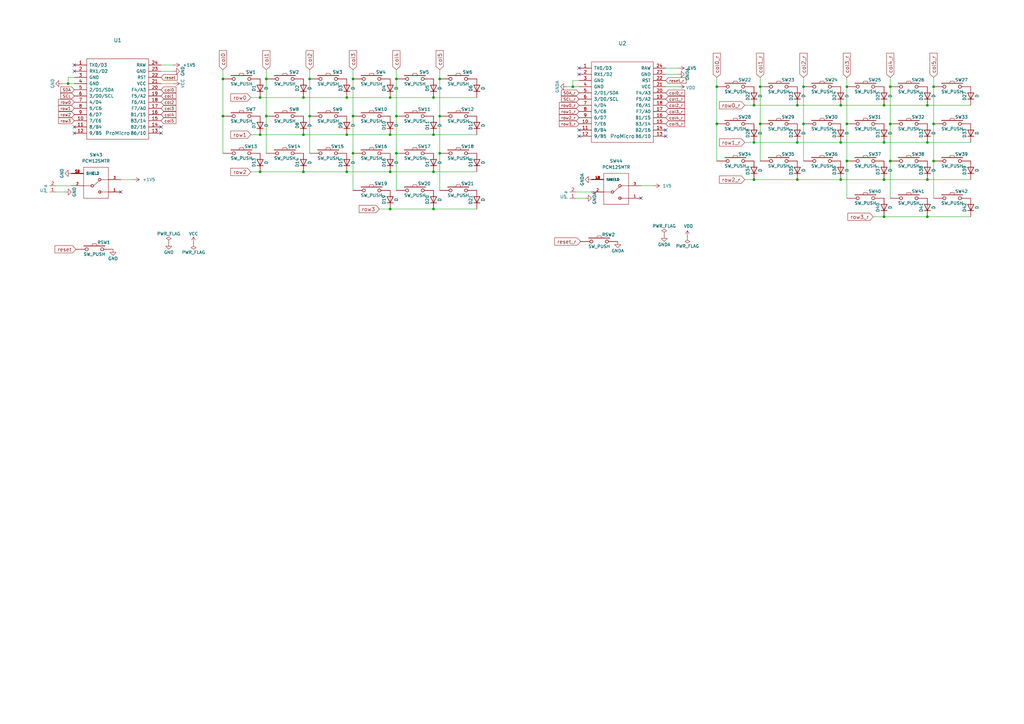
<source format=kicad_sch>
(kicad_sch (version 20250114) (generator "eeschema") (generator_version "9.0")
  (paper "A3")
  (title_block (title "Corne Cherry") (date "2020-09-28") (rev "3.0.1") (company "foostan"))
  (lib_symbols
    (symbol "1_sh1122:BAT"
      (property "Reference" "U" (at 0 0 0))
      (symbol "BAT_1_1"
        (pin input line (at 0 -1.27 0) (length 2.54) (name "-") (number "1"))
        (pin input line (at 0 -3.81 0) (length 2.54) (name "+") (number "2"))
      )
    )
    (symbol "Device:D" (pin_numbers (hide yes)) (pin_names (offset 1.016) (hide yes))
      (property "Reference" "D" (at 0 2.54 0))
      (property "Value" "D" (at 0 -2.54 0))
      (symbol "D_0_1"
        (polyline (pts (xy -1.27 1.27) (xy -1.27 -1.27)) (stroke (width 0.254)))
        (polyline (pts (xy 1.27 1.27) (xy 1.27 -1.27) (xy -1.27 0) (xy 1.27 1.27)) (stroke (width 0.254)))
        (polyline (pts (xy 1.27 0) (xy -1.27 0)))
      )
      (symbol "D_1_1"
        (pin passive line (at -3.81 0 0) (length 2.54) (name "K") (number "1"))
        (pin passive line (at 3.81 0 180) (length 2.54) (name "A") (number "2"))
      )
    )
    (symbol "PCM12SMTR:PCM12SMTR" (pin_names (offset 1.016))
      (property "Reference" "SW" (at -5.0844 5.3386 0))
      (property "Value" "PCM12SMTR" (at -5.1814 -9.6619 0))
      (symbol "PCM12SMTR_0_0"
        (polyline (pts (xy -5.08 5.08) (xy -5.08 2.54)) (stroke (width 0.1524)))
        (polyline (pts (xy -5.08 2.54) (xy -5.08 -2.54)) (stroke (width 0.1524)))
        (polyline (pts (xy -5.08 2.54) (xy -1.524 2.54)) (stroke (width 0.1524)))
        (polyline (pts (xy -5.08 -2.54) (xy -5.08 -7.62)) (stroke (width 0.1524)))
        (polyline (pts (xy -5.08 -2.54) (xy -2.032 -2.54)) (stroke (width 0.1524)))
        (polyline (pts (xy -5.08 -7.62) (xy 5.08 -7.62)) (stroke (width 0.1524)))
        (circle (center -1.524 2.54) (radius 0.508) (stroke (width 0.254)))
        (circle (center -1.524 -2.54) (radius 0.508) (stroke (width 0.254)))
        (polyline (pts (xy 1.016 0) (xy -1.27 -2.032)) (stroke (width 0.1524)))
        (circle (center 1.524 0) (radius 0.508) (stroke (width 0.254)))
        (polyline (pts (xy 2.032 0) (xy 5.08 0)) (stroke (width 0.1524)))
        (polyline (pts (xy 5.08 5.08) (xy -5.08 5.08)) (stroke (width 0.1524)))
        (polyline (pts (xy 5.08 0) (xy 5.08 5.08)) (stroke (width 0.1524)))
        (polyline (pts (xy 5.08 -7.62) (xy 5.08 0)) (stroke (width 0.1524)))
        (pin passive line (at -10.16 2.54 0) (length 5.08) (name "~") (number "1"))
        (pin passive line (at -10.16 -2.54 0) (length 5.08) (name "~") (number "3"))
        (pin passive line (at 10.16 0 180) (length 5.08) (name "~") (number "2"))
        (pin passive line (at 10.16 -5.08 180) (length 5.08) (name "SHIELD") (number "S1"))
        (pin passive line (at 10.16 -5.08 180) (length 5.08) (name "SHIELD") (number "S2"))
        (pin passive line (at 10.16 -5.08 180) (length 5.08) (name "SHIELD") (number "S3"))
        (pin passive line (at 10.16 -5.08 180) (length 5.08) (name "SHIELD") (number "S4"))
      )
    )
    (symbol "kbd:ProMicro" (pin_names (offset 1.016))
      (property "Reference" "U" (at 0 19.05 0))
      (property "Value" "ProMicro" (at 0 -19.05 0))
      (symbol "ProMicro_0_1"
        (rectangle (start -12.7 16.51) (end 12.7 -16.51))
      )
      (symbol "ProMicro_1_1"
        (pin bidirectional line (at -17.78 13.97 0) (length 5.08) (name "TX0/D3") (number "1"))
        (pin bidirectional line (at -17.78 11.43 0) (length 5.08) (name "RX1/D2") (number "2"))
        (pin power_in line (at -17.78 8.89 0) (length 5.08) (name "GND") (number "3"))
        (pin power_in line (at -17.78 6.35 0) (length 5.08) (name "GND") (number "4"))
        (pin bidirectional line (at -17.78 3.81 0) (length 5.08) (name "2/D1/SDA") (number "5"))
        (pin bidirectional line (at -17.78 1.27 0) (length 5.08) (name "3/D0/SCL") (number "6"))
        (pin bidirectional line (at -17.78 -1.27 0) (length 5.08) (name "4/D4") (number "7"))
        (pin bidirectional line (at -17.78 -3.81 0) (length 5.08) (name "5/C6") (number "8"))
        (pin bidirectional line (at -17.78 -6.35 0) (length 5.08) (name "6/D7") (number "9"))
        (pin bidirectional line (at -17.78 -8.89 0) (length 5.08) (name "7/E6") (number "10"))
        (pin bidirectional line (at -17.78 -11.43 0) (length 5.08) (name "8/B4") (number "11"))
        (pin bidirectional line (at -17.78 -13.97 0) (length 5.08) (name "9/B5") (number "12"))
        (pin power_out line (at 17.78 13.97 180) (length 5.08) (name "RAW") (number "24"))
        (pin power_in line (at 17.78 11.43 180) (length 5.08) (name "GND") (number "23"))
        (pin input line (at 17.78 8.89 180) (length 5.08) (name "RST") (number "22"))
        (pin power_in line (at 17.78 6.35 180) (length 5.08) (name "VCC") (number "21"))
        (pin bidirectional line (at 17.78 3.81 180) (length 5.08) (name "F4/A3") (number "20"))
        (pin bidirectional line (at 17.78 1.27 180) (length 5.08) (name "F5/A2") (number "19"))
        (pin bidirectional line (at 17.78 -1.27 180) (length 5.08) (name "F6/A1") (number "18"))
        (pin bidirectional line (at 17.78 -3.81 180) (length 5.08) (name "F7/A0") (number "17"))
        (pin bidirectional line (at 17.78 -6.35 180) (length 5.08) (name "B1/15") (number "16"))
        (pin bidirectional line (at 17.78 -8.89 180) (length 5.08) (name "B3/14") (number "15"))
        (pin bidirectional line (at 17.78 -11.43 180) (length 5.08) (name "B2/16") (number "14"))
        (pin bidirectional line (at 17.78 -13.97 180) (length 5.08) (name "B6/10") (number "13"))
      )
    )
    (symbol "kbd:SW_PUSH" (pin_numbers (hide yes)) (pin_names (offset 1.016) (hide yes))
      (property "Reference" "SW" (at 3.81 2.794 0))
      (property "Value" "SW_PUSH" (at 0 -2.032 0))
      (symbol "SW_PUSH_0_1"
        (rectangle (start -4.318 1.27) (end 4.318 1.524))
        (polyline (pts (xy -1.016 1.524) (xy -0.762 2.286) (xy 0.762 2.286) (xy 1.016 1.524)))
        (pin passive inverted (at -7.62 0 0) (length 5.08) (name "1") (number "1"))
        (pin passive inverted (at 7.62 0 180) (length 5.08) (name "2") (number "2"))
      )
    )
    (symbol "power:+1V5" (power) (pin_numbers (hide yes)) (pin_names (offset 0) (hide yes))
      (property "Value" "+1V5" (at 0 3.556 0))
      (symbol "+1V5_0_1"
        (polyline (pts (xy -0.762 1.27) (xy 0 2.54)))
        (polyline (pts (xy 0 2.54) (xy 0.762 1.27)))
        (polyline (pts (xy 0 0) (xy 0 2.54)))
      )
      (symbol "+1V5_1_1"
        (pin power_in line (at 0 0 90) (length 0) (name "~") (number "1"))
      )
    )
    (symbol "power:GND" (power) (pin_names (offset 0))
      (property "Value" "GND" (at 0 -3.81 0))
      (symbol "GND_0_1"
        (polyline (pts (xy 0 0) (xy 0 -1.27) (xy 1.27 -1.27) (xy 0 -2.54) (xy -1.27 -1.27) (xy 0 -1.27)))
      )
      (symbol "GND_1_1"
        (pin power_in line (at 0 0 270) (length 0) (hide yes) (name "GND") (number "1"))
      )
    )
    (symbol "power:GNDA" (power) (pin_names (offset 0))
      (property "Value" "GNDA" (at 0 -3.81 0))
      (symbol "GNDA_0_1"
        (polyline (pts (xy 0 0) (xy 0 -1.27) (xy 1.27 -1.27) (xy 0 -2.54) (xy -1.27 -1.27) (xy 0 -1.27)))
      )
      (symbol "GNDA_1_1"
        (pin power_in line (at 0 0 270) (length 0) (hide yes) (name "GNDA") (number "1"))
      )
    )
    (symbol "power:PWR_FLAG" (power) (pin_numbers (hide yes)) (pin_names (offset 0) (hide yes))
      (property "Value" "PWR_FLAG" (at 0 3.81 0))
      (symbol "PWR_FLAG_0_0"
        (pin power_out line (at 0 0 90) (length 0) (name "pwr") (number "1"))
      )
      (symbol "PWR_FLAG_0_1"
        (polyline (pts (xy 0 0) (xy 0 1.27) (xy -1.016 1.905) (xy 0 2.54) (xy 1.016 1.905) (xy 0 1.27)))
      )
    )
    (symbol "power:VCC" (power) (pin_names (offset 0))
      (property "Value" "VCC" (at 0 3.81 0))
      (symbol "VCC_0_1"
        (polyline (pts (xy -0.762 1.27) (xy 0 2.54)))
        (polyline (pts (xy 0 2.54) (xy 0.762 1.27)))
        (polyline (pts (xy 0 0) (xy 0 2.54)))
      )
      (symbol "VCC_1_1"
        (pin power_in line (at 0 0 90) (length 0) (hide yes) (name "VCC") (number "1"))
      )
    )
    (symbol "power:VDD" (power) (pin_names (offset 0))
      (property "Value" "VDD" (at 0 3.81 0))
      (symbol "VDD_0_1"
        (polyline (pts (xy -0.762 1.27) (xy 0 2.54)))
        (polyline (pts (xy 0 2.54) (xy 0.762 1.27)))
        (polyline (pts (xy 0 0) (xy 0 2.54)))
      )
      (symbol "VDD_1_1"
        (pin power_in line (at 0 0 90) (length 0) (hide yes) (name "VDD") (number "1"))
      )
    )
  )
  (junction (at 142.24 40.005))
  (junction (at 127 47.625))
  (junction (at 362.585 58.42))
  (junction (at 160.02 70.485))
  (junction (at 344.805 73.66))
  (junction (at 309.245 73.66))
  (junction (at 162.56 62.865))
  (junction (at 309.245 43.18))
  (junction (at 380.365 58.42))
  (junction (at 177.8 55.245))
  (junction (at 177.8 40.005))
  (junction (at 27.94 34.29))
  (junction (at 329.565 50.8))
  (junction (at 382.905 66.04))
  (junction (at 294.005 35.56))
  (junction (at 311.785 50.8))
  (junction (at 142.24 70.485))
  (junction (at 177.8 70.485))
  (junction (at 380.365 43.18))
  (junction (at 109.22 47.625))
  (junction (at 347.345 35.56))
  (junction (at 327.025 73.66))
  (junction (at 160.02 40.005))
  (junction (at 294.005 50.8))
  (junction (at 234.95 35.56))
  (junction (at 180.34 32.385))
  (junction (at 106.68 70.485))
  (junction (at 362.585 73.66))
  (junction (at 347.345 66.04))
  (junction (at 311.785 35.56))
  (junction (at 160.02 85.725))
  (junction (at 362.585 88.9))
  (junction (at 160.02 55.245))
  (junction (at 365.125 66.04))
  (junction (at 144.78 47.625))
  (junction (at 144.78 32.385))
  (junction (at 106.68 55.245))
  (junction (at 380.365 88.9))
  (junction (at 106.68 40.005))
  (junction (at 327.025 43.18))
  (junction (at 144.78 62.865))
  (junction (at 162.56 32.385))
  (junction (at 327.025 58.42))
  (junction (at 365.125 50.8))
  (junction (at 180.34 47.625))
  (junction (at 109.22 32.385))
  (junction (at 127 32.385))
  (junction (at 91.44 47.625))
  (junction (at 177.8 85.725))
  (junction (at 124.46 55.245))
  (junction (at 344.805 58.42))
  (junction (at 344.805 43.18))
  (junction (at 382.905 35.56))
  (junction (at 380.365 73.66))
  (junction (at 365.125 35.56))
  (junction (at 91.44 32.385))
  (junction (at 309.245 58.42))
  (junction (at 142.24 55.245))
  (junction (at 347.345 50.8))
  (junction (at 329.565 35.56))
  (junction (at 162.56 47.625))
  (junction (at 124.46 70.485))
  (junction (at 180.34 62.865))
  (junction (at 124.46 40.005))
  (junction (at 362.585 43.18))
  (junction (at 382.905 50.8))
  (no_connect (at 66.04 54.61))
  (no_connect (at 66.04 52.07))
  (no_connect (at 237.49 55.88))
  (no_connect (at 30.48 29.21))
  (no_connect (at 30.48 26.67))
  (no_connect (at 237.49 53.34))
  (no_connect (at 273.05 53.34))
  (no_connect (at 262.89 81.28))
  (no_connect (at 237.49 27.94))
  (no_connect (at 49.53 78.74))
  (no_connect (at 30.48 54.61))
  (no_connect (at 237.49 30.48))
  (no_connect (at 30.48 52.07))
  (no_connect (at 273.05 55.88))
  (wire (pts (xy 311.785 50.8) (xy 311.785 66.04)))
  (wire (pts (xy 91.44 28.575) (xy 91.44 32.385)))
  (wire (pts (xy 294.005 31.75) (xy 294.005 35.56)))
  (wire (pts (xy 106.68 40.005) (xy 124.46 40.005)))
  (wire (pts (xy 177.8 55.245) (xy 195.58 55.245)))
  (wire (pts (xy 91.44 32.385) (xy 91.44 47.625)))
  (wire (pts (xy 309.245 73.66) (xy 327.025 73.66)))
  (wire (pts (xy 162.56 62.865) (xy 162.56 78.105)))
  (wire (pts (xy 162.56 32.385) (xy 162.56 47.625)))
  (wire (pts (xy 309.245 58.42) (xy 327.025 58.42)))
  (wire (pts (xy 380.365 58.42) (xy 398.145 58.42)))
  (wire (pts (xy 177.8 85.725) (xy 195.58 85.725)))
  (wire (pts (xy 124.46 70.485) (xy 142.24 70.485)))
  (wire (pts (xy 106.68 70.485) (xy 124.46 70.485)))
  (wire (pts (xy 380.365 88.9) (xy 398.145 88.9)))
  (wire (pts (xy 382.905 66.04) (xy 382.905 81.28)))
  (wire (pts (xy 144.78 62.865) (xy 144.78 78.105)))
  (wire (pts (xy 30.48 31.75) (xy 27.94 31.75)))
  (wire (pts (xy 22.86 78.74) (xy 26.67 78.74)))
  (wire (pts (xy 329.565 31.75) (xy 329.565 35.56)))
  (wire (pts (xy 380.365 43.18) (xy 398.145 43.18)))
  (wire (pts (xy 127 32.385) (xy 127 47.625)))
  (wire (pts (xy 102.87 40.005) (xy 106.68 40.005)))
  (wire (pts (xy 177.8 70.485) (xy 195.58 70.485)))
  (wire (pts (xy 25.4 34.29) (xy 27.94 34.29)))
  (wire (pts (xy 124.46 55.245) (xy 142.24 55.245)))
  (wire (pts (xy 180.34 47.625) (xy 180.34 62.865)))
  (wire (pts (xy 237.49 33.02) (xy 234.95 33.02)))
  (wire (pts (xy 66.04 29.21) (xy 71.12 29.21)))
  (wire (pts (xy 27.94 31.75) (xy 27.94 34.29)))
  (wire (pts (xy 305.435 58.42) (xy 309.245 58.42)))
  (wire (pts (xy 344.805 43.18) (xy 362.585 43.18)))
  (wire (pts (xy 91.44 47.625) (xy 91.44 62.865)))
  (wire (pts (xy 362.585 73.66) (xy 380.365 73.66)))
  (wire (pts (xy 305.435 43.18) (xy 309.245 43.18)))
  (wire (pts (xy 144.78 28.575) (xy 144.78 32.385)))
  (wire (pts (xy 365.125 35.56) (xy 365.125 50.8)))
  (wire (pts (xy 155.575 85.725) (xy 160.02 85.725)))
  (wire (pts (xy 109.22 47.625) (xy 109.22 62.865)))
  (wire (pts (xy 124.46 40.005) (xy 142.24 40.005)))
  (wire (pts (xy 160.02 40.005) (xy 177.8 40.005)))
  (wire (pts (xy 273.05 30.48) (xy 278.13 30.48)))
  (wire (pts (xy 347.345 31.75) (xy 347.345 35.56)))
  (wire (pts (xy 294.005 35.56) (xy 294.005 50.8)))
  (wire (pts (xy 329.565 50.8) (xy 329.565 66.04)))
  (wire (pts (xy 309.245 43.18) (xy 327.025 43.18)))
  (wire (pts (xy 311.785 31.75) (xy 311.785 35.56)))
  (wire (pts (xy 347.345 66.04) (xy 347.345 81.28)))
  (wire (pts (xy 273.05 27.94) (xy 278.13 27.94)))
  (wire (pts (xy 160.02 85.725) (xy 177.8 85.725)))
  (wire (pts (xy 327.025 73.66) (xy 344.805 73.66)))
  (wire (pts (xy 177.8 40.005) (xy 195.58 40.005)))
  (wire (pts (xy 144.78 32.385) (xy 144.78 47.625)))
  (wire (pts (xy 362.585 58.42) (xy 380.365 58.42)))
  (wire (pts (xy 106.68 55.245) (xy 124.46 55.245)))
  (wire (pts (xy 236.22 78.74) (xy 242.57 78.74)))
  (wire (pts (xy 311.785 35.56) (xy 311.785 50.8)))
  (wire (pts (xy 365.125 66.04) (xy 365.125 81.28)))
  (wire (pts (xy 109.22 32.385) (xy 109.22 47.625)))
  (wire (pts (xy 362.585 43.18) (xy 380.365 43.18)))
  (wire (pts (xy 109.22 28.575) (xy 109.22 32.385)))
  (wire (pts (xy 382.905 31.75) (xy 382.905 35.56)))
  (wire (pts (xy 236.22 81.28) (xy 240.03 81.28)))
  (wire (pts (xy 362.585 88.9) (xy 380.365 88.9)))
  (wire (pts (xy 344.805 58.42) (xy 362.585 58.42)))
  (wire (pts (xy 234.95 35.56) (xy 237.49 35.56)))
  (wire (pts (xy 127 47.625) (xy 127 62.865)))
  (wire (pts (xy 66.04 26.67) (xy 71.12 26.67)))
  (wire (pts (xy 142.24 40.005) (xy 160.02 40.005)))
  (wire (pts (xy 347.345 50.8) (xy 347.345 66.04)))
  (wire (pts (xy 382.905 50.8) (xy 382.905 66.04)))
  (wire (pts (xy 273.05 35.56) (xy 278.13 35.56)))
  (wire (pts (xy 347.345 35.56) (xy 347.345 50.8)))
  (wire (pts (xy 66.04 34.29) (xy 71.12 34.29)))
  (wire (pts (xy 144.78 47.625) (xy 144.78 62.865)))
  (wire (pts (xy 327.025 58.42) (xy 344.805 58.42)))
  (wire (pts (xy 344.805 73.66) (xy 362.585 73.66)))
  (wire (pts (xy 162.56 28.575) (xy 162.56 32.385)))
  (wire (pts (xy 102.87 70.485) (xy 106.68 70.485)))
  (wire (pts (xy 382.905 35.56) (xy 382.905 50.8)))
  (wire (pts (xy 305.435 73.66) (xy 309.245 73.66)))
  (wire (pts (xy 160.02 70.485) (xy 177.8 70.485)))
  (wire (pts (xy 365.125 50.8) (xy 365.125 66.04)))
  (wire (pts (xy 142.24 70.485) (xy 160.02 70.485)))
  (wire (pts (xy 380.365 73.66) (xy 398.145 73.66)))
  (wire (pts (xy 102.87 55.245) (xy 106.68 55.245)))
  (wire (pts (xy 365.125 31.75) (xy 365.125 35.56)))
  (wire (pts (xy 232.41 35.56) (xy 234.95 35.56)))
  (wire (pts (xy 127 28.575) (xy 127 32.385)))
  (wire (pts (xy 358.14 88.9) (xy 362.585 88.9)))
  (wire (pts (xy 180.34 32.385) (xy 180.34 47.625)))
  (wire (pts (xy 162.56 47.625) (xy 162.56 62.865)))
  (wire (pts (xy 49.53 73.66) (xy 54.61 73.66)))
  (wire (pts (xy 329.565 35.56) (xy 329.565 50.8)))
  (wire (pts (xy 262.89 76.2) (xy 267.97 76.2)))
  (wire (pts (xy 27.94 34.29) (xy 30.48 34.29)))
  (wire (pts (xy 142.24 55.245) (xy 160.02 55.245)))
  (wire (pts (xy 294.005 50.8) (xy 294.005 66.04)))
  (wire (pts (xy 160.02 55.245) (xy 177.8 55.245)))
  (wire (pts (xy 180.34 62.865) (xy 180.34 78.105)))
  (wire (pts (xy 22.86 76.2) (xy 29.21 76.2)))
  (wire (pts (xy 327.025 43.18) (xy 344.805 43.18)))
  (wire (pts (xy 234.95 33.02) (xy 234.95 35.56)))
  (wire (pts (xy 180.34 28.575) (xy 180.34 32.385)))
  (global_label "col4" (shape input) (at 66.04 46.99 0) (effects (font (size 1.1938 1.1938))) (property "Intersheetrefs" "${INTERSHEET_REFS}" (effects (hide yes))))
  (global_label "row3_r" (shape input) (at 358.14 88.9 180) (effects (font (size 1.524 1.524))) (property "Intersheetrefs" "${INTERSHEET_REFS}" (effects (hide yes))))
  (global_label "col5_r" (shape input) (at 273.05 50.8 0) (effects (font (size 1.1938 1.1938))) (property "Intersheetrefs" "${INTERSHEET_REFS}" (effects (hide yes))))
  (global_label "col0" (shape input) (at 91.44 28.575 90) (effects (font (size 1.524 1.524))) (property "Intersheetrefs" "${INTERSHEET_REFS}" (effects (hide yes))))
  (global_label "reset" (shape input) (at 31.115 102.235 180) (effects (font (size 1.524 1.524))) (property "Intersheetrefs" "${INTERSHEET_REFS}" (effects (hide yes))))
  (global_label "col1" (shape input) (at 109.22 28.575 90) (effects (font (size 1.524 1.524))) (property "Intersheetrefs" "${INTERSHEET_REFS}" (effects (hide yes))))
  (global_label "row0" (shape input) (at 102.87 40.005 180) (effects (font (size 1.524 1.524))) (property "Intersheetrefs" "${INTERSHEET_REFS}" (effects (hide yes))))
  (global_label "col2_r" (shape input) (at 273.05 43.18 0) (effects (font (size 1.1938 1.1938))) (property "Intersheetrefs" "${INTERSHEET_REFS}" (effects (hide yes))))
  (global_label "row1_r" (shape input) (at 305.435 58.42 180) (effects (font (size 1.524 1.524))) (property "Intersheetrefs" "${INTERSHEET_REFS}" (effects (hide yes))))
  (global_label "col5" (shape input) (at 66.04 49.53 0) (effects (font (size 1.1938 1.1938))) (property "Intersheetrefs" "${INTERSHEET_REFS}" (effects (hide yes))))
  (global_label "col3" (shape input) (at 66.04 44.45 0) (effects (font (size 1.1938 1.1938))) (property "Intersheetrefs" "${INTERSHEET_REFS}" (effects (hide yes))))
  (global_label "row2" (shape input) (at 102.87 70.485 180) (effects (font (size 1.524 1.524))) (property "Intersheetrefs" "${INTERSHEET_REFS}" (effects (hide yes))))
  (global_label "col1" (shape input) (at 66.04 39.37 0) (effects (font (size 1.1938 1.1938))) (property "Intersheetrefs" "${INTERSHEET_REFS}" (effects (hide yes))))
  (global_label "row1" (shape input) (at 102.87 55.245 180) (effects (font (size 1.524 1.524))) (property "Intersheetrefs" "${INTERSHEET_REFS}" (effects (hide yes))))
  (global_label "col3_r" (shape input) (at 273.05 45.72 0) (effects (font (size 1.1938 1.1938))) (property "Intersheetrefs" "${INTERSHEET_REFS}" (effects (hide yes))))
  (global_label "reset" (shape input) (at 66.04 31.75 0) (effects (font (size 1.1938 1.1938))) (property "Intersheetrefs" "${INTERSHEET_REFS}" (effects (hide yes))))
  (global_label "col2" (shape input) (at 127 28.575 90) (effects (font (size 1.524 1.524))) (property "Intersheetrefs" "${INTERSHEET_REFS}" (effects (hide yes))))
  (global_label "SCL_r" (shape input) (at 237.49 40.64 180) (effects (font (size 1.1938 1.1938))) (property "Intersheetrefs" "${INTERSHEET_REFS}" (effects (hide yes))))
  (global_label "row1_r" (shape input) (at 237.49 45.72 180) (effects (font (size 1.1938 1.1938))) (property "Intersheetrefs" "${INTERSHEET_REFS}" (effects (hide yes))))
  (global_label "row1" (shape input) (at 30.48 44.45 180) (effects (font (size 1.1938 1.1938))) (property "Intersheetrefs" "${INTERSHEET_REFS}" (effects (hide yes))))
  (global_label "col0_r" (shape input) (at 294.005 31.75 90) (effects (font (size 1.524 1.524))) (property "Intersheetrefs" "${INTERSHEET_REFS}" (effects (hide yes))))
  (global_label "row0_r" (shape input) (at 305.435 43.18 180) (effects (font (size 1.524 1.524))) (property "Intersheetrefs" "${INTERSHEET_REFS}" (effects (hide yes))))
  (global_label "row2" (shape input) (at 30.48 46.99 180) (effects (font (size 1.1938 1.1938))) (property "Intersheetrefs" "${INTERSHEET_REFS}" (effects (hide yes))))
  (global_label "row0" (shape input) (at 30.48 41.91 180) (effects (font (size 1.1938 1.1938))) (property "Intersheetrefs" "${INTERSHEET_REFS}" (effects (hide yes))))
  (global_label "col4_r" (shape input) (at 273.05 48.26 0) (effects (font (size 1.1938 1.1938))) (property "Intersheetrefs" "${INTERSHEET_REFS}" (effects (hide yes))))
  (global_label "col0_r" (shape input) (at 273.05 38.1 0) (effects (font (size 1.1938 1.1938))) (property "Intersheetrefs" "${INTERSHEET_REFS}" (effects (hide yes))))
  (global_label "col5_r" (shape input) (at 382.905 31.75 90) (effects (font (size 1.524 1.524))) (property "Intersheetrefs" "${INTERSHEET_REFS}" (effects (hide yes))))
  (global_label "col5" (shape input) (at 180.34 28.575 90) (effects (font (size 1.524 1.524))) (property "Intersheetrefs" "${INTERSHEET_REFS}" (effects (hide yes))))
  (global_label "SCL" (shape input) (at 30.48 39.37 180) (effects (font (size 1.1938 1.1938))) (property "Intersheetrefs" "${INTERSHEET_REFS}" (effects (hide yes))))
  (global_label "reset_r" (shape input) (at 238.125 99.06 180) (effects (font (size 1.524 1.524))) (property "Intersheetrefs" "${INTERSHEET_REFS}" (effects (hide yes))))
  (global_label "col1_r" (shape input) (at 273.05 40.64 0) (effects (font (size 1.1938 1.1938))) (property "Intersheetrefs" "${INTERSHEET_REFS}" (effects (hide yes))))
  (global_label "row3_r" (shape input) (at 237.49 50.8 180) (effects (font (size 1.1938 1.1938))) (property "Intersheetrefs" "${INTERSHEET_REFS}" (effects (hide yes))))
  (global_label "row3" (shape input) (at 155.575 85.725 180) (effects (font (size 1.524 1.524))) (property "Intersheetrefs" "${INTERSHEET_REFS}" (effects (hide yes))))
  (global_label "row0_r" (shape input) (at 237.49 43.18 180) (effects (font (size 1.1938 1.1938))) (property "Intersheetrefs" "${INTERSHEET_REFS}" (effects (hide yes))))
  (global_label "col4" (shape input) (at 162.56 28.575 90) (effects (font (size 1.524 1.524))) (property "Intersheetrefs" "${INTERSHEET_REFS}" (effects (hide yes))))
  (global_label "col4_r" (shape input) (at 365.125 31.75 90) (effects (font (size 1.524 1.524))) (property "Intersheetrefs" "${INTERSHEET_REFS}" (effects (hide yes))))
  (global_label "col1_r" (shape input) (at 311.785 31.75 90) (effects (font (size 1.524 1.524))) (property "Intersheetrefs" "${INTERSHEET_REFS}" (effects (hide yes))))
  (global_label "row2_r" (shape input) (at 305.435 73.66 180) (effects (font (size 1.524 1.524))) (property "Intersheetrefs" "${INTERSHEET_REFS}" (effects (hide yes))))
  (global_label "SDA_r" (shape input) (at 237.49 38.1 180) (effects (font (size 1.1938 1.1938))) (property "Intersheetrefs" "${INTERSHEET_REFS}" (effects (hide yes))))
  (global_label "col2" (shape input) (at 66.04 41.91 0) (effects (font (size 1.1938 1.1938))) (property "Intersheetrefs" "${INTERSHEET_REFS}" (effects (hide yes))))
  (global_label "SDA" (shape input) (at 30.48 36.83 180) (effects (font (size 1.1938 1.1938))) (property "Intersheetrefs" "${INTERSHEET_REFS}" (effects (hide yes))))
  (global_label "row2_r" (shape input) (at 237.49 48.26 180) (effects (font (size 1.1938 1.1938))) (property "Intersheetrefs" "${INTERSHEET_REFS}" (effects (hide yes))))
  (global_label "col2_r" (shape input) (at 329.565 31.75 90) (effects (font (size 1.524 1.524))) (property "Intersheetrefs" "${INTERSHEET_REFS}" (effects (hide yes))))
  (global_label "col0" (shape input) (at 66.04 36.83 0) (effects (font (size 1.1938 1.1938))) (property "Intersheetrefs" "${INTERSHEET_REFS}" (effects (hide yes))))
  (global_label "col3_r" (shape input) (at 347.345 31.75 90) (effects (font (size 1.524 1.524))) (property "Intersheetrefs" "${INTERSHEET_REFS}" (effects (hide yes))))
  (global_label "reset_r" (shape input) (at 273.05 33.02 0) (effects (font (size 1.1938 1.1938))) (property "Intersheetrefs" "${INTERSHEET_REFS}" (effects (hide yes))))
  (global_label "col3" (shape input) (at 144.78 28.575 90) (effects (font (size 1.524 1.524))) (property "Intersheetrefs" "${INTERSHEET_REFS}" (effects (hide yes))))
  (global_label "row3" (shape input) (at 30.48 49.53 180) (effects (font (size 1.1938 1.1938))) (property "Intersheetrefs" "${INTERSHEET_REFS}" (effects (hide yes))))
  (symbol (lib_id "kbd:ProMicro") (at 48.26 40.64 0) (unit 1)
    (property "Reference" "U1" (at 48.26 16.51 0) (effects (font (size 1.524 1.524))))
    (property "Value" "ProMicro" (at 48.26 54.61 0) (effects (font (size 1.524 1.524))))
    (property "Footprint" "kbd:ProMicro_v3" (effects (hide yes)))
  )
  (symbol (lib_id "kbd:SW_PUSH") (at 116.84 32.385 0) (unit 1)
    (property "Reference" "SW2" (at 120.65 29.591 0))
    (property "Value" "SW_PUSH" (at 116.84 34.417 0))
    (property "Footprint" "ULK_sw:Cherry_ULP_SMD" (effects (hide yes)))
  )
  (symbol (lib_id "Device:D") (at 124.46 36.195 90) (unit 1)
    (property "Reference" "D2" (at 121.92 36.195 0))
    (property "Value" "D" (at 127 36.195 0))
    (property "Footprint" "kbd:D3_SMD_v2" (effects (hide yes)))
  )
  (symbol (lib_id "kbd:SW_PUSH") (at 134.62 32.385 0) (unit 1)
    (property "Reference" "SW3" (at 138.43 29.591 0))
    (property "Value" "SW_PUSH" (at 134.62 34.417 0))
    (property "Footprint" "ULK_sw:Cherry_ULP_SMD" (effects (hide yes)))
  )
  (symbol (lib_id "Device:D") (at 142.24 36.195 90) (unit 1)
    (property "Reference" "D3" (at 139.7 36.195 0))
    (property "Value" "D" (at 144.78 36.195 0))
    (property "Footprint" "kbd:D3_SMD_v2" (effects (hide yes)))
  )
  (symbol (lib_id "kbd:SW_PUSH") (at 152.4 32.385 0) (unit 1)
    (property "Reference" "SW4" (at 156.21 29.591 0))
    (property "Value" "SW_PUSH" (at 152.4 34.417 0))
    (property "Footprint" "ULK_sw:Cherry_ULP_SMD" (effects (hide yes)))
  )
  (symbol (lib_id "kbd:SW_PUSH") (at 170.18 32.385 0) (unit 1)
    (property "Reference" "SW5" (at 173.99 29.591 0))
    (property "Value" "SW_PUSH" (at 170.18 34.417 0))
    (property "Footprint" "ULK_sw:Cherry_ULP_SMD" (effects (hide yes)))
  )
  (symbol (lib_id "kbd:SW_PUSH") (at 187.96 32.385 0) (unit 1)
    (property "Reference" "SW6" (at 191.77 29.591 0))
    (property "Value" "SW_PUSH" (at 187.96 34.417 0))
    (property "Footprint" "ULK_sw:Cherry_ULP_SMD" (effects (hide yes)))
  )
  (symbol (lib_id "Device:D") (at 160.02 36.195 90) (unit 1)
    (property "Reference" "D4" (at 157.48 36.195 0))
    (property "Value" "D" (at 162.56 36.195 0))
    (property "Footprint" "kbd:D3_SMD_v2" (effects (hide yes)))
  )
  (symbol (lib_id "Device:D") (at 177.8 36.195 90) (unit 1)
    (property "Reference" "D5" (at 175.26 36.195 0))
    (property "Value" "D" (at 180.34 36.195 0))
    (property "Footprint" "kbd:D3_SMD_v2" (effects (hide yes)))
  )
  (symbol (lib_id "Device:D") (at 195.58 36.195 90) (unit 1)
    (property "Reference" "D6" (at 193.04 36.195 0))
    (property "Value" "D" (at 198.12 36.195 0))
    (property "Footprint" "kbd:D3_SMD_v2" (effects (hide yes)))
  )
  (symbol (lib_id "kbd:SW_PUSH") (at 99.06 32.385 0) (unit 1)
    (property "Reference" "SW1" (at 102.87 29.591 0))
    (property "Value" "SW_PUSH" (at 99.06 34.417 0))
    (property "Footprint" "ULK_sw:Cherry_ULP_SMD" (effects (hide yes)))
  )
  (symbol (lib_id "Device:D") (at 106.68 36.195 90) (unit 1)
    (property "Reference" "D1" (at 104.14 36.195 0))
    (property "Value" "D" (at 109.22 36.195 0))
    (property "Footprint" "kbd:D3_SMD_v2" (effects (hide yes)))
  )
  (symbol (lib_id "kbd:SW_PUSH") (at 116.84 47.625 0) (unit 1)
    (property "Reference" "SW8" (at 120.65 44.831 0))
    (property "Value" "SW_PUSH" (at 116.84 49.657 0))
    (property "Footprint" "ULK_sw:Cherry_ULP_SMD" (effects (hide yes)))
  )
  (symbol (lib_id "Device:D") (at 124.46 51.435 90) (unit 1)
    (property "Reference" "D8" (at 121.92 51.435 0))
    (property "Value" "D" (at 127 51.435 0))
    (property "Footprint" "kbd:D3_SMD_v2" (effects (hide yes)))
  )
  (symbol (lib_id "kbd:SW_PUSH") (at 134.62 47.625 0) (unit 1)
    (property "Reference" "SW9" (at 138.43 44.831 0))
    (property "Value" "SW_PUSH" (at 134.62 49.657 0))
    (property "Footprint" "ULK_sw:Cherry_ULP_SMD" (effects (hide yes)))
  )
  (symbol (lib_id "Device:D") (at 142.24 51.435 90) (unit 1)
    (property "Reference" "D9" (at 139.7 51.435 0))
    (property "Value" "D" (at 144.78 51.435 0))
    (property "Footprint" "kbd:D3_SMD_v2" (effects (hide yes)))
  )
  (symbol (lib_id "kbd:SW_PUSH") (at 152.4 47.625 0) (unit 1)
    (property "Reference" "SW10" (at 156.21 44.831 0))
    (property "Value" "SW_PUSH" (at 152.4 49.657 0))
    (property "Footprint" "ULK_sw:Cherry_ULP_SMD" (effects (hide yes)))
  )
  (symbol (lib_id "kbd:SW_PUSH") (at 170.18 47.625 0) (unit 1)
    (property "Reference" "SW11" (at 173.99 44.831 0))
    (property "Value" "SW_PUSH" (at 170.18 49.657 0))
    (property "Footprint" "ULK_sw:Cherry_ULP_SMD" (effects (hide yes)))
  )
  (symbol (lib_id "kbd:SW_PUSH") (at 187.96 47.625 0) (unit 1)
    (property "Reference" "SW12" (at 191.77 44.831 0))
    (property "Value" "SW_PUSH" (at 187.96 49.657 0))
    (property "Footprint" "ULK_sw:Cherry_ULP_SMD" (effects (hide yes)))
  )
  (symbol (lib_id "Device:D") (at 160.02 51.435 90) (unit 1)
    (property "Reference" "D10" (at 157.48 51.435 0))
    (property "Value" "D" (at 162.56 51.435 0))
    (property "Footprint" "kbd:D3_SMD_v2" (effects (hide yes)))
  )
  (symbol (lib_id "Device:D") (at 177.8 51.435 90) (unit 1)
    (property "Reference" "D11" (at 175.26 51.435 0))
    (property "Value" "D" (at 180.34 51.435 0))
    (property "Footprint" "kbd:D3_SMD_v2" (effects (hide yes)))
  )
  (symbol (lib_id "Device:D") (at 195.58 51.435 90) (unit 1)
    (property "Reference" "D12" (at 193.04 51.435 0))
    (property "Value" "D" (at 198.12 51.435 0))
    (property "Footprint" "kbd:D3_SMD_v2" (effects (hide yes)))
  )
  (symbol (lib_id "kbd:SW_PUSH") (at 99.06 47.625 0) (unit 1)
    (property "Reference" "SW7" (at 102.87 44.831 0))
    (property "Value" "SW_PUSH" (at 99.06 49.657 0))
    (property "Footprint" "ULK_sw:Cherry_ULP_SMD" (effects (hide yes)))
  )
  (symbol (lib_id "Device:D") (at 106.68 51.435 90) (unit 1)
    (property "Reference" "D7" (at 104.14 51.435 0))
    (property "Value" "D" (at 109.22 51.435 0))
    (property "Footprint" "kbd:D3_SMD_v2" (effects (hide yes)))
  )
  (symbol (lib_id "kbd:SW_PUSH") (at 116.84 62.865 0) (unit 1)
    (property "Reference" "SW14" (at 120.65 60.071 0))
    (property "Value" "SW_PUSH" (at 116.84 64.897 0))
    (property "Footprint" "ULK_sw:Cherry_ULP_SMD" (effects (hide yes)))
  )
  (symbol (lib_id "Device:D") (at 124.46 66.675 90) (unit 1)
    (property "Reference" "D14" (at 121.92 66.675 0))
    (property "Value" "D" (at 127 66.675 0))
    (property "Footprint" "kbd:D3_SMD_v2" (effects (hide yes)))
  )
  (symbol (lib_id "kbd:SW_PUSH") (at 134.62 62.865 0) (unit 1)
    (property "Reference" "SW15" (at 138.43 60.071 0))
    (property "Value" "SW_PUSH" (at 134.62 64.897 0))
    (property "Footprint" "ULK_sw:Cherry_ULP_SMD" (effects (hide yes)))
  )
  (symbol (lib_id "Device:D") (at 142.24 66.675 90) (unit 1)
    (property "Reference" "D15" (at 139.7 66.675 0))
    (property "Value" "D" (at 144.78 66.675 0))
    (property "Footprint" "kbd:D3_SMD_v2" (effects (hide yes)))
  )
  (symbol (lib_id "kbd:SW_PUSH") (at 152.4 62.865 0) (unit 1)
    (property "Reference" "SW16" (at 156.21 60.071 0))
    (property "Value" "SW_PUSH" (at 152.4 64.897 0))
    (property "Footprint" "ULK_sw:Cherry_ULP_SMD" (effects (hide yes)))
  )
  (symbol (lib_id "kbd:SW_PUSH") (at 170.18 62.865 0) (unit 1)
    (property "Reference" "SW17" (at 173.99 60.071 0))
    (property "Value" "SW_PUSH" (at 170.18 64.897 0))
    (property "Footprint" "ULK_sw:Cherry_ULP_SMD" (effects (hide yes)))
  )
  (symbol (lib_id "kbd:SW_PUSH") (at 187.96 62.865 0) (unit 1)
    (property "Reference" "SW18" (at 191.77 60.071 0))
    (property "Value" "SW_PUSH" (at 187.96 64.897 0))
    (property "Footprint" "ULK_sw:Cherry_ULP_SMD" (effects (hide yes)))
  )
  (symbol (lib_id "Device:D") (at 160.02 66.675 90) (unit 1)
    (property "Reference" "D16" (at 157.48 66.675 0))
    (property "Value" "D" (at 162.56 66.675 0))
    (property "Footprint" "kbd:D3_SMD_v2" (effects (hide yes)))
  )
  (symbol (lib_id "Device:D") (at 177.8 66.675 90) (unit 1)
    (property "Reference" "D17" (at 175.26 66.675 0))
    (property "Value" "D" (at 180.34 66.675 0))
    (property "Footprint" "kbd:D3_SMD_v2" (effects (hide yes)))
  )
  (symbol (lib_id "Device:D") (at 195.58 66.675 90) (unit 1)
    (property "Reference" "D18" (at 193.04 66.675 0))
    (property "Value" "D" (at 198.12 66.675 0))
    (property "Footprint" "kbd:D3_SMD_v2" (effects (hide yes)))
  )
  (symbol (lib_id "kbd:SW_PUSH") (at 99.06 62.865 0) (unit 1)
    (property "Reference" "SW13" (at 102.87 60.071 0))
    (property "Value" "SW_PUSH" (at 99.06 64.897 0))
    (property "Footprint" "ULK_sw:Cherry_ULP_SMD" (effects (hide yes)))
  )
  (symbol (lib_id "Device:D") (at 106.68 66.675 90) (unit 1)
    (property "Reference" "D13" (at 104.14 66.675 0))
    (property "Value" "D" (at 109.22 66.675 0))
    (property "Footprint" "kbd:D3_SMD_v2" (effects (hide yes)))
  )
  (symbol (lib_id "kbd:SW_PUSH") (at 170.18 78.105 0) (unit 1)
    (property "Reference" "SW20" (at 173.99 75.311 0))
    (property "Value" "SW_PUSH" (at 170.18 80.137 0))
    (property "Footprint" "ULK_sw:Cherry_ULP_SMD" (effects (hide yes)))
  )
  (symbol (lib_id "Device:D") (at 177.8 81.915 90) (unit 1)
    (property "Reference" "D20" (at 175.26 81.915 0))
    (property "Value" "D" (at 180.34 81.915 0))
    (property "Footprint" "kbd:D3_SMD_v2" (effects (hide yes)))
  )
  (symbol (lib_id "kbd:SW_PUSH") (at 187.96 78.105 0) (unit 1)
    (property "Reference" "SW21" (at 191.77 75.311 0))
    (property "Value" "SW_PUSH" (at 187.96 80.137 0))
    (property "Footprint" "ULK_sw:Cherry_ULP_SMD" (effects (hide yes)))
  )
  (symbol (lib_id "Device:D") (at 195.58 81.915 90) (unit 1)
    (property "Reference" "D21" (at 193.04 81.915 0))
    (property "Value" "D" (at 198.12 81.915 0))
    (property "Footprint" "kbd:D3_SMD_v2" (effects (hide yes)))
  )
  (symbol (lib_id "kbd:SW_PUSH") (at 152.4 78.105 0) (unit 1)
    (property "Reference" "SW19" (at 156.21 75.311 0))
    (property "Value" "SW_PUSH" (at 152.4 80.137 0))
    (property "Footprint" "ULK_sw:Cherry_ULP_SMD" (effects (hide yes)))
  )
  (symbol (lib_id "Device:D") (at 160.02 81.915 90) (unit 1)
    (property "Reference" "D19" (at 157.48 81.915 0))
    (property "Value" "D" (at 162.56 81.915 0))
    (property "Footprint" "kbd:D3_SMD_v2" (effects (hide yes)))
  )
  (symbol (lib_id "power:GND") (at 71.12 29.21 90) (unit 1)
    (property "Reference" "#PWR07" (effects (hide yes)))
    (property "Value" "GND" (at 74.93 29.21 0))
  )
  (symbol (lib_id "power:VCC") (at 71.12 34.29 270) (unit 1)
    (property "Reference" "#PWR09" (effects (hide yes)))
    (property "Value" "VCC" (at 74.93 34.29 0))
  )
  (symbol (lib_id "power:GND") (at 25.4 34.29 270) (unit 1)
    (property "Reference" "#PWR08" (effects (hide yes)))
    (property "Value" "GND" (at 21.59 34.29 0))
  )
  (symbol (lib_id "power:GND") (at 69.215 99.695 0) (unit 1)
    (property "Reference" "#PWR04" (effects (hide yes)))
    (property "Value" "GND" (at 69.215 103.505 0))
  )
  (symbol (lib_id "power:VCC") (at 79.375 99.695 0) (unit 1)
    (property "Reference" "#PWR05" (effects (hide yes)))
    (property "Value" "VCC" (at 79.375 95.885 0))
  )
  (symbol (lib_id "power:PWR_FLAG") (at 79.375 99.695 180) (unit 1)
    (property "Reference" "#FLG02" (effects (hide yes)))
    (property "Value" "PWR_FLAG" (at 79.375 103.505 0))
  )
  (symbol (lib_id "power:PWR_FLAG") (at 69.215 99.695 0) (unit 1)
    (property "Reference" "#FLG01" (effects (hide yes)))
    (property "Value" "PWR_FLAG" (at 69.215 95.885 0))
  )
  (symbol (lib_id "kbd:SW_PUSH") (at 38.735 102.235 0) (unit 1)
    (property "Reference" "RSW1" (at 42.545 99.441 0))
    (property "Value" "SW_PUSH" (at 38.735 104.267 0))
    (property "Footprint" "kbd:ResetSW_1side" (effects (hide yes)))
  )
  (symbol (lib_id "power:GND") (at 46.355 102.235 0) (unit 1)
    (property "Reference" "#PWR06" (effects (hide yes)))
    (property "Value" "GND" (at 46.355 106.045 0))
  )
  (symbol (lib_id "kbd:ProMicro") (at 255.27 41.91 0) (unit 1)
    (property "Reference" "U2" (at 255.27 17.78 0) (effects (font (size 1.524 1.524))))
    (property "Value" "ProMicro" (at 255.27 55.88 0) (effects (font (size 1.524 1.524))))
    (property "Footprint" "kbd:ProMicro_v3" (effects (hide yes)))
  )
  (symbol (lib_id "kbd:SW_PUSH") (at 319.405 35.56 0) (unit 1)
    (property "Reference" "SW23" (at 323.215 32.766 0))
    (property "Value" "SW_PUSH" (at 319.405 37.592 0))
    (property "Footprint" "ULK_sw:Cherry_ULP_SMD" (effects (hide yes)))
  )
  (symbol (lib_id "Device:D") (at 327.025 39.37 90) (unit 1)
    (property "Reference" "D23" (at 324.485 39.37 0))
    (property "Value" "D" (at 329.565 39.37 0))
    (property "Footprint" "kbd:D3_SMD_v2" (effects (hide yes)))
  )
  (symbol (lib_id "kbd:SW_PUSH") (at 337.185 35.56 0) (unit 1)
    (property "Reference" "SW24" (at 340.995 32.766 0))
    (property "Value" "SW_PUSH" (at 337.185 37.592 0))
    (property "Footprint" "ULK_sw:Cherry_ULP_SMD" (effects (hide yes)))
  )
  (symbol (lib_id "Device:D") (at 344.805 39.37 90) (unit 1)
    (property "Reference" "D24" (at 342.265 39.37 0))
    (property "Value" "D" (at 347.345 39.37 0))
    (property "Footprint" "kbd:D3_SMD_v2" (effects (hide yes)))
  )
  (symbol (lib_id "kbd:SW_PUSH") (at 354.965 35.56 0) (unit 1)
    (property "Reference" "SW25" (at 358.775 32.766 0))
    (property "Value" "SW_PUSH" (at 354.965 37.592 0))
    (property "Footprint" "ULK_sw:Cherry_ULP_SMD" (effects (hide yes)))
  )
  (symbol (lib_id "kbd:SW_PUSH") (at 372.745 35.56 0) (unit 1)
    (property "Reference" "SW26" (at 376.555 32.766 0))
    (property "Value" "SW_PUSH" (at 372.745 37.592 0))
    (property "Footprint" "ULK_sw:Cherry_ULP_SMD" (effects (hide yes)))
  )
  (symbol (lib_id "kbd:SW_PUSH") (at 390.525 35.56 0) (unit 1)
    (property "Reference" "SW27" (at 394.335 32.766 0))
    (property "Value" "SW_PUSH" (at 390.525 37.592 0))
    (property "Footprint" "ULK_sw:Cherry_ULP_SMD" (effects (hide yes)))
  )
  (symbol (lib_id "Device:D") (at 362.585 39.37 90) (unit 1)
    (property "Reference" "D25" (at 360.045 39.37 0))
    (property "Value" "D" (at 365.125 39.37 0))
    (property "Footprint" "kbd:D3_SMD_v2" (effects (hide yes)))
  )
  (symbol (lib_id "Device:D") (at 380.365 39.37 90) (unit 1)
    (property "Reference" "D26" (at 377.825 39.37 0))
    (property "Value" "D" (at 382.905 39.37 0))
    (property "Footprint" "kbd:D3_SMD_v2" (effects (hide yes)))
  )
  (symbol (lib_id "Device:D") (at 398.145 39.37 90) (unit 1)
    (property "Reference" "D27" (at 395.605 39.37 0))
    (property "Value" "D" (at 400.685 39.37 0))
    (property "Footprint" "kbd:D3_SMD_v2" (effects (hide yes)))
  )
  (symbol (lib_id "kbd:SW_PUSH") (at 301.625 35.56 0) (unit 1)
    (property "Reference" "SW22" (at 305.435 32.766 0))
    (property "Value" "SW_PUSH" (at 301.625 37.592 0))
    (property "Footprint" "ULK_sw:Cherry_ULP_SMD" (effects (hide yes)))
  )
  (symbol (lib_id "Device:D") (at 309.245 39.37 90) (unit 1)
    (property "Reference" "D22" (at 306.705 39.37 0))
    (property "Value" "D" (at 311.785 39.37 0))
    (property "Footprint" "kbd:D3_SMD_v2" (effects (hide yes)))
  )
  (symbol (lib_id "kbd:SW_PUSH") (at 319.405 50.8 0) (unit 1)
    (property "Reference" "SW29" (at 323.215 48.006 0))
    (property "Value" "SW_PUSH" (at 319.405 52.832 0))
    (property "Footprint" "ULK_sw:Cherry_ULP_SMD" (effects (hide yes)))
  )
  (symbol (lib_id "Device:D") (at 327.025 54.61 90) (unit 1)
    (property "Reference" "D29" (at 324.485 54.61 0))
    (property "Value" "D" (at 329.565 54.61 0))
    (property "Footprint" "kbd:D3_SMD_v2" (effects (hide yes)))
  )
  (symbol (lib_id "kbd:SW_PUSH") (at 337.185 50.8 0) (unit 1)
    (property "Reference" "SW30" (at 340.995 48.006 0))
    (property "Value" "SW_PUSH" (at 337.185 52.832 0))
    (property "Footprint" "ULK_sw:Cherry_ULP_SMD" (effects (hide yes)))
  )
  (symbol (lib_id "Device:D") (at 344.805 54.61 90) (unit 1)
    (property "Reference" "D30" (at 342.265 54.61 0))
    (property "Value" "D" (at 347.345 54.61 0))
    (property "Footprint" "kbd:D3_SMD_v2" (effects (hide yes)))
  )
  (symbol (lib_id "kbd:SW_PUSH") (at 354.965 50.8 0) (unit 1)
    (property "Reference" "SW31" (at 358.775 48.006 0))
    (property "Value" "SW_PUSH" (at 354.965 52.832 0))
    (property "Footprint" "ULK_sw:Cherry_ULP_SMD" (effects (hide yes)))
  )
  (symbol (lib_id "kbd:SW_PUSH") (at 372.745 50.8 0) (unit 1)
    (property "Reference" "SW32" (at 376.555 48.006 0))
    (property "Value" "SW_PUSH" (at 372.745 52.832 0))
    (property "Footprint" "ULK_sw:Cherry_ULP_SMD" (effects (hide yes)))
  )
  (symbol (lib_id "kbd:SW_PUSH") (at 390.525 50.8 0) (unit 1)
    (property "Reference" "SW33" (at 394.335 48.006 0))
    (property "Value" "SW_PUSH" (at 390.525 52.832 0))
    (property "Footprint" "ULK_sw:Cherry_ULP_SMD" (effects (hide yes)))
  )
  (symbol (lib_id "Device:D") (at 362.585 54.61 90) (unit 1)
    (property "Reference" "D31" (at 360.045 54.61 0))
    (property "Value" "D" (at 365.125 54.61 0))
    (property "Footprint" "kbd:D3_SMD_v2" (effects (hide yes)))
  )
  (symbol (lib_id "Device:D") (at 380.365 54.61 90) (unit 1)
    (property "Reference" "D32" (at 377.825 54.61 0))
    (property "Value" "D" (at 382.905 54.61 0))
    (property "Footprint" "kbd:D3_SMD_v2" (effects (hide yes)))
  )
  (symbol (lib_id "Device:D") (at 398.145 54.61 90) (unit 1)
    (property "Reference" "D33" (at 395.605 54.61 0))
    (property "Value" "D" (at 400.685 54.61 0))
    (property "Footprint" "kbd:D3_SMD_v2" (effects (hide yes)))
  )
  (symbol (lib_id "kbd:SW_PUSH") (at 301.625 50.8 0) (unit 1)
    (property "Reference" "SW28" (at 305.435 48.006 0))
    (property "Value" "SW_PUSH" (at 301.625 52.832 0))
    (property "Footprint" "ULK_sw:Cherry_ULP_SMD" (effects (hide yes)))
  )
  (symbol (lib_id "Device:D") (at 309.245 54.61 90) (unit 1)
    (property "Reference" "D28" (at 306.705 54.61 0))
    (property "Value" "D" (at 311.785 54.61 0))
    (property "Footprint" "kbd:D3_SMD_v2" (effects (hide yes)))
  )
  (symbol (lib_id "kbd:SW_PUSH") (at 319.405 66.04 0) (unit 1)
    (property "Reference" "SW35" (at 323.215 63.246 0))
    (property "Value" "SW_PUSH" (at 319.405 68.072 0))
    (property "Footprint" "ULK_sw:Cherry_ULP_SMD" (effects (hide yes)))
  )
  (symbol (lib_id "Device:D") (at 327.025 69.85 90) (unit 1)
    (property "Reference" "D35" (at 324.485 69.85 0))
    (property "Value" "D" (at 329.565 69.85 0))
    (property "Footprint" "kbd:D3_SMD_v2" (effects (hide yes)))
  )
  (symbol (lib_id "kbd:SW_PUSH") (at 337.185 66.04 0) (unit 1)
    (property "Reference" "SW36" (at 340.995 63.246 0))
    (property "Value" "SW_PUSH" (at 337.185 68.072 0))
    (property "Footprint" "ULK_sw:Cherry_ULP_SMD" (effects (hide yes)))
  )
  (symbol (lib_id "Device:D") (at 344.805 69.85 90) (unit 1)
    (property "Reference" "D36" (at 342.265 69.85 0))
    (property "Value" "D" (at 347.345 69.85 0))
    (property "Footprint" "kbd:D3_SMD_v2" (effects (hide yes)))
  )
  (symbol (lib_id "kbd:SW_PUSH") (at 354.965 66.04 0) (unit 1)
    (property "Reference" "SW37" (at 358.775 63.246 0))
    (property "Value" "SW_PUSH" (at 354.965 68.072 0))
    (property "Footprint" "ULK_sw:Cherry_ULP_SMD" (effects (hide yes)))
  )
  (symbol (lib_id "kbd:SW_PUSH") (at 372.745 66.04 0) (unit 1)
    (property "Reference" "SW38" (at 376.555 63.246 0))
    (property "Value" "SW_PUSH" (at 372.745 68.072 0))
    (property "Footprint" "ULK_sw:Cherry_ULP_SMD" (effects (hide yes)))
  )
  (symbol (lib_id "kbd:SW_PUSH") (at 390.525 66.04 0) (unit 1)
    (property "Reference" "SW39" (at 394.335 63.246 0))
    (property "Value" "SW_PUSH" (at 390.525 68.072 0))
    (property "Footprint" "ULK_sw:Cherry_ULP_SMD" (effects (hide yes)))
  )
  (symbol (lib_id "Device:D") (at 362.585 69.85 90) (unit 1)
    (property "Reference" "D37" (at 360.045 69.85 0))
    (property "Value" "D" (at 365.125 69.85 0))
    (property "Footprint" "kbd:D3_SMD_v2" (effects (hide yes)))
  )
  (symbol (lib_id "Device:D") (at 380.365 69.85 90) (unit 1)
    (property "Reference" "D38" (at 377.825 69.85 0))
    (property "Value" "D" (at 382.905 69.85 0))
    (property "Footprint" "kbd:D3_SMD_v2" (effects (hide yes)))
  )
  (symbol (lib_id "Device:D") (at 398.145 69.85 90) (unit 1)
    (property "Reference" "D39" (at 395.605 69.85 0))
    (property "Value" "D" (at 400.685 69.85 0))
    (property "Footprint" "kbd:D3_SMD_v2" (effects (hide yes)))
  )
  (symbol (lib_id "kbd:SW_PUSH") (at 301.625 66.04 0) (unit 1)
    (property "Reference" "SW34" (at 305.435 63.246 0))
    (property "Value" "SW_PUSH" (at 301.625 68.072 0))
    (property "Footprint" "ULK_sw:Cherry_ULP_SMD" (effects (hide yes)))
  )
  (symbol (lib_id "Device:D") (at 309.245 69.85 90) (unit 1)
    (property "Reference" "D34" (at 306.705 69.85 0))
    (property "Value" "D" (at 311.785 69.85 0))
    (property "Footprint" "kbd:D3_SMD_v2" (effects (hide yes)))
  )
  (symbol (lib_id "kbd:SW_PUSH") (at 372.745 81.28 0) (unit 1)
    (property "Reference" "SW41" (at 376.555 78.486 0))
    (property "Value" "SW_PUSH" (at 372.745 83.312 0))
    (property "Footprint" "ULK_sw:Cherry_ULP_SMD" (effects (hide yes)))
  )
  (symbol (lib_id "Device:D") (at 380.365 85.09 90) (unit 1)
    (property "Reference" "D41" (at 377.825 85.09 0))
    (property "Value" "D" (at 382.905 85.09 0))
    (property "Footprint" "kbd:D3_SMD_v2" (effects (hide yes)))
  )
  (symbol (lib_id "kbd:SW_PUSH") (at 390.525 81.28 0) (unit 1)
    (property "Reference" "SW42" (at 394.335 78.486 0))
    (property "Value" "SW_PUSH" (at 390.525 83.312 0))
    (property "Footprint" "ULK_sw:Cherry_ULP_SMD" (effects (hide yes)))
  )
  (symbol (lib_id "Device:D") (at 398.145 85.09 90) (unit 1)
    (property "Reference" "D42" (at 395.605 85.09 0))
    (property "Value" "D" (at 400.685 85.09 0))
    (property "Footprint" "kbd:D3_SMD_v2" (effects (hide yes)))
  )
  (symbol (lib_id "kbd:SW_PUSH") (at 354.965 81.28 0) (unit 1)
    (property "Reference" "SW40" (at 358.775 78.486 0))
    (property "Value" "SW_PUSH" (at 354.965 83.312 0))
    (property "Footprint" "ULK_sw:Cherry_ULP_SMD" (effects (hide yes)))
  )
  (symbol (lib_id "Device:D") (at 362.585 85.09 90) (unit 1)
    (property "Reference" "D40" (at 360.045 85.09 0))
    (property "Value" "D" (at 365.125 85.09 0))
    (property "Footprint" "kbd:D3_SMD_v2" (effects (hide yes)))
  )
  (symbol (lib_id "power:GNDA") (at 278.13 30.48 90) (unit 1)
    (property "Reference" "#PWR017" (effects (hide yes)))
    (property "Value" "GNDA" (at 281.94 30.48 0))
  )
  (symbol (lib_id "power:GNDA") (at 232.41 35.56 270) (unit 1)
    (property "Reference" "#PWR018" (effects (hide yes)))
    (property "Value" "GNDA" (at 228.6 35.56 0))
  )
  (symbol (lib_id "kbd:SW_PUSH") (at 245.745 99.06 0) (unit 1)
    (property "Reference" "RSW2" (at 249.555 96.266 0))
    (property "Value" "SW_PUSH" (at 245.745 101.092 0))
    (property "Footprint" "kbd:ResetSW_1side" (effects (hide yes)))
  )
  (symbol (lib_id "power:GNDA") (at 253.365 99.06 0) (unit 1)
    (property "Reference" "#PWR020" (effects (hide yes)))
    (property "Value" "GNDA" (at 253.365 102.87 0))
  )
  (symbol (lib_id "power:VDD") (at 278.13 35.56 270) (unit 1)
    (property "Reference" "#PWR019" (effects (hide yes)))
    (property "Value" "VDD" (at 281.3812 35.9918 90) (effects (justify left)))
  )
  (symbol (lib_id "power:PWR_FLAG") (at 281.94 97.155 180) (unit 1)
    (property "Reference" "#FLG04" (effects (hide yes)))
    (property "Value" "PWR_FLAG" (at 281.94 100.965 0))
  )
  (symbol (lib_id "power:VDD") (at 281.94 97.155 0) (unit 1)
    (property "Reference" "#PWR016" (effects (hide yes)))
    (property "Value" "VDD" (at 282.3718 92.7608 0))
  )
  (symbol (lib_id "power:GNDA") (at 272.415 96.52 0) (unit 1)
    (property "Reference" "#PWR015" (effects (hide yes)))
    (property "Value" "GNDA" (at 272.415 100.33 0))
  )
  (symbol (lib_id "power:PWR_FLAG") (at 272.415 96.52 0) (unit 1)
    (property "Reference" "#FLG03" (effects (hide yes)))
    (property "Value" "PWR_FLAG" (at 272.415 92.71 0))
  )
  (symbol (lib_id "power:+1V5") (at 71.12 26.67 270) (unit 1)
    (property "Reference" "#PWR010" (effects (hide yes)))
    (property "Value" "+1V5" (at 74.93 26.6699 90) (effects (justify left)))
    (property "Description" "Power symbol creates a global label with name \"+1V5\"" (effects (hide yes)))
  )
  (symbol (lib_id "power:GND") (at 240.03 81.28 90) (unit 1)
    (property "Reference" "#PWR012" (effects (hide yes)))
    (property "Value" "GNDA" (at 243.84 81.28 0))
  )
  (symbol (lib_id "1_sh1122:BAT") (at 22.86 80.01 180) (unit 1)
    (property "Reference" "U3" (at 19.05 78.1051 0) (effects (justify left)))
    (property "Value" "~" (at 19.05 76.2 0) (effects (justify left)))
    (property "Footprint" "Connector_PinHeader_2.54mm:PinHeader_1x02_P2.54mm_Vertical" (effects (hide yes)))
  )
  (symbol (lib_id "power:+1V5") (at 54.61 73.66 270) (unit 1)
    (property "Reference" "#PWR011" (effects (hide yes)))
    (property "Value" "+1V5" (at 58.42 73.6599 90) (effects (justify left)))
    (property "Description" "Power symbol creates a global label with name \"+1V5\"" (effects (hide yes)))
  )
  (symbol (lib_id "power:GND") (at 29.21 71.12 270) (unit 1)
    (property "Reference" "#PWR03" (effects (hide yes)))
    (property "Value" "GND" (at 25.4 71.12 0))
  )
  (symbol (lib_id "power:GND") (at 242.57 73.66 270) (unit 1)
    (property "Reference" "#PWR013" (effects (hide yes)))
    (property "Value" "GNDA" (at 238.76 73.66 0))
  )
  (symbol (lib_id "PCM12SMTR:PCM12SMTR") (at 252.73 78.74 180) (unit 1)
    (property "Reference" "SW44" (at 252.73 66.04 0))
    (property "Value" "PCM12SMTR" (at 252.73 68.58 0))
    (property "Footprint" "PCM12SMTR:SW_PCM12SMTR" (effects (hide yes)))
    (property "MF" "C&K" (effects (hide yes)))
    (property "Description_1" "Switch,Slide,Ultra-Mini,SPDT,ON-ON,300mA,6VDC,Surface Mount,R/A,Gull Wing | C&K PCM12SMTR" (effects (hide yes)))
    (property "Package" "None" (effects (hide yes)))
    (property "Price" "None" (effects (hide yes)))
    (property "Check_prices" "https://www.snapeda.com/parts/PCM12SMTR/C%2526K/view-part/?ref=eda" (effects (hide yes)))
    (property "STANDARD" "Manufacturer Recommendation" (effects (hide yes)))
    (property "SnapEDA_Link" "https://www.snapeda.com/parts/PCM12SMTR/C%2526K/view-part/?ref=snap" (effects (hide yes)))
    (property "MP" "PCM12SMTR" (effects (hide yes)))
    (property "Availability" "In Stock" (effects (hide yes)))
    (property "MANUFACTURER" "C&K" (effects (hide yes)))
  )
  (symbol (lib_id "power:GND") (at 26.67 78.74 90) (unit 1)
    (property "Reference" "#PWR01" (effects (hide yes)))
    (property "Value" "GND" (at 30.48 78.74 0))
  )
  (symbol (lib_id "power:+1V5") (at 267.97 76.2 270) (unit 1)
    (property "Reference" "#PWR014" (effects (hide yes)))
    (property "Value" "1V5" (at 271.78 76.1999 90) (effects (justify left)))
    (property "Description" "Power symbol creates a global label with name \"+1V5\"" (effects (hide yes)))
  )
  (symbol (lib_id "PCM12SMTR:PCM12SMTR") (at 39.37 76.2 180) (unit 1)
    (property "Reference" "SW43" (at 39.37 63.5 0))
    (property "Value" "PCM12SMTR" (at 39.37 66.04 0))
    (property "Footprint" "PCM12SMTR:SW_PCM12SMTR" (effects (hide yes)))
    (property "MF" "C&K" (effects (hide yes)))
    (property "Description_1" "Switch,Slide,Ultra-Mini,SPDT,ON-ON,300mA,6VDC,Surface Mount,R/A,Gull Wing | C&K PCM12SMTR" (effects (hide yes)))
    (property "Package" "None" (effects (hide yes)))
    (property "Price" "None" (effects (hide yes)))
    (property "Check_prices" "https://www.snapeda.com/parts/PCM12SMTR/C%2526K/view-part/?ref=eda" (effects (hide yes)))
    (property "STANDARD" "Manufacturer Recommendation" (effects (hide yes)))
    (property "SnapEDA_Link" "https://www.snapeda.com/parts/PCM12SMTR/C%2526K/view-part/?ref=snap" (effects (hide yes)))
    (property "MP" "PCM12SMTR" (effects (hide yes)))
    (property "Availability" "In Stock" (effects (hide yes)))
    (property "MANUFACTURER" "C&K" (effects (hide yes)))
  )
  (symbol (lib_id "1_sh1122:BAT") (at 236.22 82.55 180) (unit 1)
    (property "Reference" "U5" (at 232.41 80.6451 0) (effects (justify left)))
    (property "Value" "~" (at 232.41 78.74 0) (effects (justify left)))
    (property "Footprint" "Connector_PinHeader_2.54mm:PinHeader_1x02_P2.54mm_Vertical" (effects (hide yes)))
  )
  (symbol (lib_id "power:+1V5") (at 278.13 27.94 270) (unit 1)
    (property "Reference" "#PWR02" (effects (hide yes)))
    (property "Value" "1V5" (at 281.94 27.9399 90) (effects (justify left)))
    (property "Description" "Power symbol creates a global label with name \"+1V5\"" (effects (hide yes)))
  )
)
</source>
